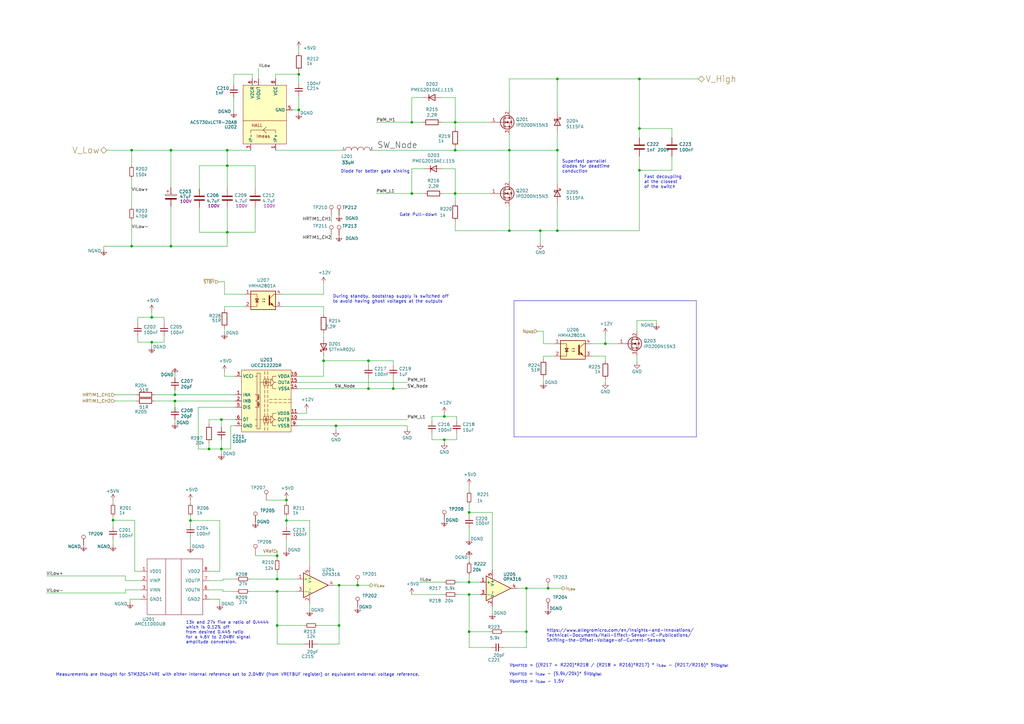
<source format=kicad_sch>
(kicad_sch (version 20230121) (generator eeschema)
  (paper "A3")
  (title_block (title "TWIST V1.2") (comment 2 "Villa"))
  (junction (at 53.975 61.595))
  (junction (at 192.405 243.84))
  (junction (at 139.065 256.54))
  (junction (at 182.245 170.815))
  (junction (at 70.104 100.965))
  (junction (at 132.715 147.955))
  (junction (at 186.69 50.165))
  (junction (at 151.13 159.385))
  (junction (at 186.69 79.375))
  (junction (at 122.555 30.48))
  (junction (at 186.69 61.595))
  (junction (at 62.23 130.175))
  (junction (at 85.725 184.15))
  (junction (at 90.805 184.15))
  (junction (at 215.9 241.3))
  (junction (at 208.915 94.615))
  (junction (at 53.975 100.965))
  (junction (at 151.13 147.955))
  (junction (at 137.795 174.625))
  (junction (at 93.218 67.945))
  (junction (at 146.685 240.03))
  (junction (at 46.355 213.36))
  (junction (at 113.665 237.49))
  (junction (at 90.805 172.085))
  (junction (at 192.405 210.185))
  (junction (at 78.105 213.487))
  (junction (at 71.755 161.925))
  (junction (at 117.475 213.487))
  (junction (at 228.6 61.595))
  (junction (at 215.9 259.08))
  (junction (at 192.405 259.08))
  (junction (at 192.405 238.76))
  (junction (at 93.218 95.25))
  (junction (at 70.104 61.595))
  (junction (at 113.665 256.54))
  (junction (at 113.665 227.965))
  (junction (at 168.91 50.165))
  (junction (at 228.6 94.615))
  (junction (at 182.245 180.34))
  (junction (at 262.255 69.85))
  (junction (at 62.23 140.335))
  (junction (at 262.255 52.705))
  (junction (at 139.065 240.03))
  (junction (at 122.555 45.085))
  (junction (at 71.755 164.465))
  (junction (at 161.29 159.385))
  (junction (at 262.255 32.385))
  (junction (at 113.665 242.57))
  (junction (at 224.79 241.3))
  (junction (at 208.915 61.595))
  (junction (at 221.615 94.615))
  (junction (at 117.475 205.105))
  (junction (at 168.91 79.375))
  (junction (at 248.285 140.97))
  (junction (at 228.6 32.385))
  (junction (at 93.218 61.595))
  (wire (pts (xy 228.6 94.615) (xy 262.255 94.615)))
  (wire (pts (xy 121.92 154.305) (xy 132.715 154.305)))
  (wire (pts (xy 78.105 205.232) (xy 78.105 206.502)))
  (wire (pts (xy 212.09 241.3) (xy 215.9 241.3)))
  (wire (pts (xy 186.69 79.375) (xy 186.69 83.185)))
  (wire (pts (xy 95.885 40.005) (xy 95.885 45.72)))
  (wire (pts (xy 85.725 184.15) (xy 90.805 184.15)))
  (wire (pts (xy 215.9 241.3) (xy 215.9 259.08)))
  (wire (pts (xy 177.165 180.34) (xy 182.245 180.34)))
  (wire (pts (xy 206.375 259.08) (xy 215.9 259.08)))
  (wire (pts (xy 53.34 247.015) (xy 53.34 245.745)))
  (wire (pts (xy 135.89 96.52) (xy 135.89 98.425)))
  (wire (pts (xy 92.075 115.57) (xy 92.075 120.65)))
  (wire (pts (xy 121.92 172.085) (xy 167.005 172.085)))
  (wire (pts (xy 81.788 67.945) (xy 93.218 67.945)))
  (wire (pts (xy 93.218 61.595) (xy 102.87 61.595)))
  (wire (pts (xy 92.075 120.65) (xy 100.33 120.65)))
  (wire (pts (xy 186.69 79.375) (xy 181.61 79.375)))
  (wire (pts (xy 132.715 120.65) (xy 132.715 116.205)))
  (wire (pts (xy 262.255 32.385) (xy 262.255 52.705)))
  (wire (pts (xy 67.31 132.715) (xy 67.31 130.175)))
  (wire (pts (xy 46.355 221.107) (xy 46.355 223.52)))
  (wire (pts (xy 120.015 45.085) (xy 122.555 45.085)))
  (wire (pts (xy 90.17 213.487) (xy 90.17 234.315)))
  (wire (pts (xy 222.885 140.97) (xy 227.33 140.97)))
  (wire (pts (xy 46.99 164.465) (xy 55.88 164.465)))
  (wire (pts (xy 187.325 243.84) (xy 192.405 243.84)))
  (wire (pts (xy 132.715 136.525) (xy 132.715 138.43)))
  (wire (pts (xy 92.075 152.4) (xy 92.075 154.305)))
  (wire (pts (xy 192.405 206.629) (xy 192.405 210.185)))
  (wire (pts (xy 161.29 159.385) (xy 161.29 154.94)))
  (wire (pts (xy 85.725 241.935) (xy 91.44 241.935)))
  (wire (pts (xy 62.23 140.335) (xy 67.31 140.335)))
  (wire (pts (xy 121.92 159.385) (xy 151.13 159.385)))
  (wire (pts (xy 228.6 32.385) (xy 208.915 32.385)))
  (wire (pts (xy 117.475 213.487) (xy 127 213.487)))
  (wire (pts (xy 19.05 236.22) (xy 51.435 236.22)))
  (wire (pts (xy 51.435 241.935) (xy 51.435 243.205)))
  (wire (pts (xy 173.355 50.165) (xy 168.91 50.165)))
  (wire (pts (xy 137.795 174.625) (xy 167.005 174.625)))
  (wire (pts (xy 180.975 50.165) (xy 186.69 50.165)))
  (wire (pts (xy 228.6 61.595) (xy 228.6 53.975)))
  (wire (pts (xy 102.235 237.49) (xy 113.665 237.49)))
  (wire (pts (xy 92.075 125.73) (xy 92.075 127)))
  (wire (pts (xy 180.975 40.005) (xy 186.69 40.005)))
  (wire (pts (xy 208.915 32.385) (xy 208.915 45.085)))
  (wire (pts (xy 154.305 79.375) (xy 168.91 79.375)))
  (wire (pts (xy 208.915 94.615) (xy 221.615 94.615)))
  (wire (pts (xy 85.725 181.61) (xy 85.725 184.15)))
  (wire (pts (xy 139.065 256.54) (xy 139.065 264.16)))
  (wire (pts (xy 221.615 94.615) (xy 228.6 94.615)))
  (wire (pts (xy 81.788 95.25) (xy 93.218 95.25)))
  (polyline (pts (xy 210.82 123.317) (xy 210.82 179.197)))
  (wire (pts (xy 153.035 61.595) (xy 186.69 61.595)))
  (wire (pts (xy 56.515 130.175) (xy 56.515 132.715)))
  (wire (pts (xy 177.165 177.8) (xy 177.165 180.34)))
  (wire (pts (xy 102.235 242.57) (xy 113.665 242.57)))
  (wire (pts (xy 122.555 19.685) (xy 122.555 21.59)))
  (wire (pts (xy 173.355 40.005) (xy 168.91 40.005)))
  (wire (pts (xy 261.239 131.445) (xy 269.24 131.445)))
  (wire (pts (xy 62.23 130.175) (xy 56.515 130.175)))
  (wire (pts (xy 192.405 199.009) (xy 192.405 201.549)))
  (wire (pts (xy 192.405 216.535) (xy 192.405 220.98)))
  (wire (pts (xy 248.285 147.955) (xy 248.285 146.05)))
  (wire (pts (xy 261.239 131.445) (xy 261.239 135.89)))
  (wire (pts (xy 221.615 94.615) (xy 221.615 99.695)))
  (wire (pts (xy 78.105 213.487) (xy 78.105 215.265)))
  (wire (pts (xy 103.505 32.385) (xy 103.505 30.48)))
  (wire (pts (xy 81.28 167.005) (xy 81.28 184.15)))
  (wire (pts (xy 167.005 174.625) (xy 167.005 175.768)))
  (wire (pts (xy 113.665 227.965) (xy 113.665 226.06)))
  (wire (pts (xy 186.69 90.805) (xy 186.69 94.615)))
  (wire (pts (xy 109.22 205.105) (xy 117.475 205.105)))
  (wire (pts (xy 90.805 184.15) (xy 94.615 184.15)))
  (wire (pts (xy 186.69 60.325) (xy 186.69 61.595)))
  (wire (pts (xy 53.975 90.17) (xy 53.975 100.965)))
  (wire (pts (xy 62.23 127.635) (xy 62.23 130.175)))
  (wire (pts (xy 81.28 184.15) (xy 85.725 184.15)))
  (wire (pts (xy 113.665 242.57) (xy 121.92 242.57)))
  (wire (pts (xy 121.92 156.845) (xy 167.005 156.845)))
  (wire (pts (xy 227.33 146.05) (xy 222.885 146.05)))
  (wire (pts (xy 70.104 61.595) (xy 70.104 76.962)))
  (wire (pts (xy 177.165 170.815) (xy 182.245 170.815)))
  (wire (pts (xy 186.69 50.165) (xy 186.69 52.705)))
  (wire (pts (xy 51.435 238.125) (xy 51.435 236.22)))
  (wire (pts (xy 56.515 140.335) (xy 62.23 140.335)))
  (wire (pts (xy 85.725 245.745) (xy 90.17 245.745)))
  (wire (pts (xy 122.555 45.085) (xy 122.555 46.355)))
  (wire (pts (xy 63.5 164.465) (xy 71.755 164.465)))
  (wire (pts (xy 96.52 172.085) (xy 90.805 172.085)))
  (wire (pts (xy 113.665 237.49) (xy 121.92 237.49)))
  (wire (pts (xy 275.59 56.515) (xy 275.59 52.705)))
  (wire (pts (xy 113.665 242.57) (xy 113.665 256.54)))
  (wire (pts (xy 187.325 238.76) (xy 192.405 238.76)))
  (wire (pts (xy 269.24 132.715) (xy 269.24 131.445)))
  (polyline (pts (xy 210.82 179.197) (xy 285.623 179.197)))
  (wire (pts (xy 62.23 140.335) (xy 62.23 142.24)))
  (wire (pts (xy 187.325 180.34) (xy 187.325 177.8)))
  (wire (pts (xy 46.355 205.232) (xy 46.355 206.502)))
  (wire (pts (xy 139.065 240.03) (xy 146.685 240.03)))
  (wire (pts (xy 127 213.487) (xy 127 232.41)))
  (wire (pts (xy 117.475 216.027) (xy 117.475 213.487)))
  (wire (pts (xy 96.52 161.925) (xy 71.755 161.925)))
  (wire (pts (xy 81.788 67.945) (xy 81.788 77.47)))
  (wire (pts (xy 104.775 227.965) (xy 113.665 227.965)))
  (wire (pts (xy 53.975 61.595) (xy 70.104 61.595)))
  (wire (pts (xy 106.045 27.94) (xy 106.045 32.385)))
  (wire (pts (xy 208.915 61.595) (xy 228.6 61.595)))
  (wire (pts (xy 53.34 245.745) (xy 57.785 245.745)))
  (wire (pts (xy 222.885 146.05) (xy 222.885 147.32)))
  (wire (pts (xy 90.805 175.26) (xy 90.805 172.085)))
  (wire (pts (xy 151.13 149.86) (xy 151.13 147.955)))
  (wire (pts (xy 192.405 238.76) (xy 192.405 235.585)))
  (wire (pts (xy 53.975 100.965) (xy 70.104 100.965)))
  (wire (pts (xy 186.69 50.165) (xy 201.295 50.165)))
  (wire (pts (xy 78.105 211.582) (xy 78.105 213.487)))
  (wire (pts (xy 177.165 172.72) (xy 177.165 170.815)))
  (wire (pts (xy 286.385 32.385) (xy 262.255 32.385)))
  (wire (pts (xy 248.285 155.575) (xy 248.285 156.845)))
  (wire (pts (xy 93.218 67.945) (xy 93.218 61.595)))
  (wire (pts (xy 192.405 265.557) (xy 192.405 259.08)))
  (wire (pts (xy 124.968 264.16) (xy 113.665 264.16)))
  (wire (pts (xy 71.755 167.005) (xy 71.755 164.465)))
  (wire (pts (xy 192.405 228.6) (xy 192.405 230.505)))
  (wire (pts (xy 117.475 221.107) (xy 117.475 225.552)))
  (wire (pts (xy 70.104 61.595) (xy 93.218 61.595)))
  (wire (pts (xy 55.245 213.36) (xy 46.355 213.36)))
  (wire (pts (xy 71.755 164.465) (xy 96.52 164.465)))
  (wire (pts (xy 208.915 55.245) (xy 208.915 61.595)))
  (wire (pts (xy 91.44 242.57) (xy 97.155 242.57)))
  (wire (pts (xy 248.285 140.97) (xy 242.57 140.97)))
  (wire (pts (xy 262.255 64.135) (xy 262.255 69.85)))
  (wire (pts (xy 115.57 120.65) (xy 132.715 120.65)))
  (wire (pts (xy 215.9 241.3) (xy 224.79 241.3)))
  (wire (pts (xy 262.255 69.85) (xy 275.59 69.85)))
  (wire (pts (xy 90.17 245.745) (xy 90.17 247.65)))
  (wire (pts (xy 262.255 32.385) (xy 228.6 32.385)))
  (wire (pts (xy 228.6 32.385) (xy 228.6 46.355)))
  (wire (pts (xy 261.239 146.05) (xy 261.239 148.59)))
  (wire (pts (xy 182.245 169.545) (xy 182.245 170.815)))
  (wire (pts (xy 161.29 159.385) (xy 167.005 159.385)))
  (wire (pts (xy 104.648 85.09) (xy 104.648 95.25)))
  (wire (pts (xy 94.615 174.625) (xy 94.615 184.15)))
  (wire (pts (xy 42.545 100.965) (xy 42.545 102.235)))
  (wire (pts (xy 168.91 69.215) (xy 168.91 79.375)))
  (wire (pts (xy 201.93 248.92) (xy 201.93 251.46)))
  (wire (pts (xy 67.31 130.175) (xy 62.23 130.175)))
  (wire (pts (xy 139.065 240.03) (xy 137.16 240.03)))
  (wire (pts (xy 182.245 181.61) (xy 182.245 180.34)))
  (wire (pts (xy 46.355 213.36) (xy 46.355 216.027)))
  (wire (pts (xy 262.255 52.705) (xy 275.59 52.705)))
  (wire (pts (xy 186.69 94.615) (xy 208.915 94.615)))
  (wire (pts (xy 104.648 67.945) (xy 93.218 67.945)))
  (wire (pts (xy 248.285 137.16) (xy 248.285 140.97)))
  (wire (pts (xy 97.155 237.49) (xy 91.44 237.49)))
  (wire (pts (xy 113.03 61.595) (xy 140.335 61.595)))
  (wire (pts (xy 57.785 241.935) (xy 51.435 241.935)))
  (wire (pts (xy 95.885 30.48) (xy 95.885 34.925)))
  (wire (pts (xy 206.502 265.557) (xy 215.9 265.557)))
  (wire (pts (xy 93.218 77.47) (xy 93.218 67.945)))
  (wire (pts (xy 103.505 30.48) (xy 95.885 30.48)))
  (wire (pts (xy 55.245 234.315) (xy 55.245 213.36)))
  (wire (pts (xy 89.535 115.57) (xy 92.075 115.57)))
  (wire (pts (xy 248.285 140.97) (xy 253.619 140.97)))
  (wire (pts (xy 187.325 170.815) (xy 187.325 172.72)))
  (wire (pts (xy 130.175 256.54) (xy 139.065 256.54)))
  (wire (pts (xy 125.73 168.275) (xy 125.73 169.545)))
  (wire (pts (xy 71.755 172.085) (xy 71.755 173.355)))
  (wire (pts (xy 78.105 220.345) (xy 78.105 224.155)))
  (wire (pts (xy 122.555 39.37) (xy 122.555 45.085)))
  (polyline (pts (xy 285.623 179.197) (xy 285.623 123.317)))
  (wire (pts (xy 53.975 67.945) (xy 53.975 61.595)))
  (wire (pts (xy 201.93 210.185) (xy 192.405 210.185)))
  (wire (pts (xy 262.255 69.85) (xy 262.255 94.615)))
  (wire (pts (xy 127 247.65) (xy 127 250.19)))
  (wire (pts (xy 201.93 233.68) (xy 201.93 210.185)))
  (wire (pts (xy 201.295 259.08) (xy 192.405 259.08)))
  (wire (pts (xy 161.29 147.955) (xy 161.29 149.86)))
  (wire (pts (xy 104.648 77.47) (xy 104.648 67.945)))
  (wire (pts (xy 70.104 84.582) (xy 70.104 100.965)))
  (wire (pts (xy 92.075 154.305) (xy 96.52 154.305)))
  (wire (pts (xy 208.915 84.455) (xy 208.915 94.615)))
  (wire (pts (xy 173.99 79.375) (xy 168.91 79.375)))
  (wire (pts (xy 182.245 170.815) (xy 187.325 170.815)))
  (wire (pts (xy 43.815 61.595) (xy 53.975 61.595)))
  (wire (pts (xy 132.715 146.05) (xy 132.715 147.955)))
  (wire (pts (xy 81.788 85.09) (xy 81.788 95.25)))
  (wire (pts (xy 67.31 140.335) (xy 67.31 137.795)))
  (wire (pts (xy 19.05 243.205) (xy 51.435 243.205)))
  (wire (pts (xy 224.79 241.3) (xy 230.505 241.3)))
  (wire (pts (xy 46.355 211.582) (xy 46.355 213.36)))
  (wire (pts (xy 222.885 156.845) (xy 222.885 154.94)))
  (wire (pts (xy 186.69 40.005) (xy 186.69 50.165)))
  (wire (pts (xy 196.85 238.76) (xy 192.405 238.76)))
  (wire (pts (xy 146.685 240.03) (xy 151.765 240.03)))
  (wire (pts (xy 122.555 30.48) (xy 122.555 34.29)))
  (wire (pts (xy 215.9 259.08) (xy 215.9 265.557)))
  (wire (pts (xy 113.665 229.235) (xy 113.665 227.965)))
  (wire (pts (xy 91.44 241.935) (xy 91.44 242.57)))
  (wire (pts (xy 113.03 32.385) (xy 113.03 30.48)))
  (wire (pts (xy 151.13 147.955) (xy 161.29 147.955)))
  (wire (pts (xy 113.03 30.48) (xy 122.555 30.48)))
  (wire (pts (xy 151.13 159.385) (xy 161.29 159.385)))
  (wire (pts (xy 90.805 184.15) (xy 90.805 186.055)))
  (wire (pts (xy 90.805 172.085) (xy 85.725 172.085)))
  (wire (pts (xy 135.89 88.265) (xy 135.89 90.805)))
  (wire (pts (xy 121.92 174.625) (xy 137.795 174.625)))
  (wire (pts (xy 173.99 69.215) (xy 168.91 69.215)))
  (wire (pts (xy 115.57 125.73) (xy 132.715 125.73)))
  (wire (pts (xy 130.048 264.16) (xy 139.065 264.16)))
  (wire (pts (xy 201.422 265.557) (xy 192.405 265.557)))
  (wire (pts (xy 90.805 180.34) (xy 90.805 184.15)))
  (wire (pts (xy 57.785 234.315) (xy 55.245 234.315)))
  (wire (pts (xy 262.255 52.705) (xy 262.255 56.515)))
  (wire (pts (xy 42.545 100.965) (xy 53.975 100.965)))
  (wire (pts (xy 70.104 100.965) (xy 93.218 100.965)))
  (polyline (pts (xy 285.623 123.317) (xy 210.82 123.317)))
  (wire (pts (xy 182.245 180.34) (xy 187.325 180.34)))
  (wire (pts (xy 168.91 40.005) (xy 168.91 50.165)))
  (wire (pts (xy 90.17 213.487) (xy 78.105 213.487)))
  (wire (pts (xy 192.405 243.84) (xy 196.85 243.84)))
  (wire (pts (xy 275.59 64.135) (xy 275.59 69.85)))
  (wire (pts (xy 85.725 234.315) (xy 90.17 234.315)))
  (wire (pts (xy 117.475 211.582) (xy 117.475 213.487)))
  (wire (pts (xy 117.475 204.597) (xy 117.475 205.105)))
  (wire (pts (xy 186.69 61.595) (xy 208.915 61.595)))
  (wire (pts (xy 96.52 167.005) (xy 81.28 167.005)))
  (wire (pts (xy 125.73 169.545) (xy 121.92 169.545)))
  (wire (pts (xy 92.075 136.525) (xy 92.075 134.62)))
  (wire (pts (xy 91.44 237.49) (xy 91.44 238.125)))
  (wire (pts (xy 56.515 137.795) (xy 56.515 140.335)))
  (wire (pts (xy 182.245 238.76) (xy 172.085 238.76)))
  (wire (pts (xy 208.915 61.595) (xy 208.915 74.295)))
  (wire (pts (xy 91.44 238.125) (xy 85.725 238.125)))
  (wire (pts (xy 71.755 161.925) (xy 63.5 161.925)))
  (wire (pts (xy 139.065 240.03) (xy 139.065 256.54)))
  (wire (pts (xy 222.885 135.89) (xy 222.885 140.97)))
  (wire (pts (xy 132.715 125.73) (xy 132.715 128.905)))
  (wire (pts (xy 96.52 174.625) (xy 94.615 174.625)))
  (wire (pts (xy 228.6 61.595) (xy 228.6 75.565)))
  (wire (pts (xy 93.218 85.09) (xy 93.218 95.25)))
  (wire (pts (xy 113.665 234.315) (xy 113.665 237.49)))
  (wire (pts (xy 192.405 243.84) (xy 192.405 259.08)))
  (wire (pts (xy 122.555 29.21) (xy 122.555 30.48)))
  (wire (pts (xy 85.725 172.085) (xy 85.725 173.99)))
  (wire (pts (xy 181.61 69.215) (xy 186.69 69.215)))
  (wire (pts (xy 137.795 174.625) (xy 137.795 176.53)))
  (wire (pts (xy 117.475 205.105) (xy 117.475 206.502)))
  (wire (pts (xy 113.665 256.54) (xy 113.665 264.16)))
  (wire (pts (xy 168.91 243.84) (xy 182.245 243.84)))
  (wire (pts (xy 186.69 69.215) (xy 186.69 79.375)))
  (wire (pts (xy 113.665 256.54) (xy 125.095 256.54)))
  (wire (pts (xy 93.218 95.25) (xy 93.218 100.965)))
  (wire (pts (xy 151.13 147.955) (xy 132.715 147.955)))
  (wire (pts (xy 93.218 95.25) (xy 104.648 95.25)))
  (wire (pts (xy 186.69 79.375) (xy 201.295 79.375)))
  (wire (pts (xy 154.305 50.165) (xy 168.91 50.165)))
  (wire (pts (xy 228.6 94.615) (xy 228.6 83.185)))
  (wire (pts (xy 46.99 161.925) (xy 55.88 161.925)))
  (wire (pts (xy 192.405 210.185) (xy 192.405 211.455)))
  (wire (pts (xy 132.715 147.955) (xy 132.715 154.305)))
  (wire (pts (xy 53.975 73.025) (xy 53.975 85.09)))
  (wire (pts (xy 92.075 125.73) (xy 100.33 125.73)))
  (wire (pts (xy 71.755 153.67) (xy 71.755 154.94)))
  (wire (pts (xy 242.57 146.05) (xy 248.285 146.05)))
  (wire (pts (xy 151.13 154.94) (xy 151.13 159.385)))
  (wire (pts (xy 71.755 161.925) (xy 71.755 160.02)))
  (wire (pts (xy 220.345 135.89) (xy 222.885 135.89)))
  (wire (pts (xy 57.785 238.125) (xy 51.435 238.125)))
  (wire (pts (xy 104.775 227.33) (xy 104.775 227.965)))
  (text "https://www.allegromicro.com/en/Insights-and-Innovations/\nTechnical-Documents/Hall-Effect-Sensor-IC-Publications/\nShifting-the-Offset-Voltage-of-Current-Sensors" (at 224.155 263.525 0) (effects (font (size 1.27 1.27)) (justify left bottom)))
  (text "V_{SHIFTED} = I_{ILow} - (5.9k/20k)* 5V_{Digital}" (at 208.788 277.241 0) (effects (font (size 1.27 1.27)) (justify left bottom)))
  (text "Fast decoupling \nat the closest \nof the switch\n" (at 264.16 77.47 0) (effects (font (size 1.27 1.27)) (justify left bottom)))
  (text "Diode for better gate sinking" (at 139.7 71.12 0) (effects (font (size 1.27 1.27)) (justify left bottom)))
  (text "During standby, bootstrap supply is switched off \nto avoid having ghost voltages at the outputs" (at 136.525 124.46 0) (effects (font (size 1.27 1.27)) (justify left bottom)))
  (text "V_{SHIFTED} = I_{ILow} - 1.5V\n" (at 208.915 280.289 0) (effects (font (size 1.27 1.27)) (justify left bottom)))
  (text "V_{SHIFTED} = ((R217 + R220)*R218 / (R218 + R216)*R217) * I_{ILow} - (R217/R216)* 5V_{Digital}" (at 208.915 273.685 0) (effects (font (size 1.27 1.27)) (justify left bottom)))
  (text "13k and 27k five a ratio of 0.4444\nwhich is 0.12% off\nfrom desired 0.445 ratio \nfor a 4,6V to 2,048V signal \namplitude conversion. " (at 76.2 264.16 0) (effects (font (size 1.2446 1.2446)) (justify left bottom)))
  (text "Gate Pull-down" (at 163.83 88.9 0) (effects (font (size 1.27 1.27)) (justify left bottom)))
  (text "Measurements are thought for STM32G474RE with either internal reference set to 2.048V (from VREFBUF register) or equivalent external voltage reference. " (at 22.86 277.495 0) (effects (font (size 1.2446 1.2446)) (justify left bottom)))
  (text "Superfast parrallel\ndiodes for deadtime \nconduction" (at 230.505 71.12 0) (effects (font (size 1.27 1.27)) (justify left bottom)))
  (label "IILow" (at 172.085 238.76 0))
  (label "PWM_L1" (at 154.305 79.375 0))
  (label "HRTIM1_CH2" (at 135.89 98.425 180))
  (label "PWM_L1" (at 167.005 172.085 0))
  (label "VILow+" (at 19.05 236.22 0))
  (label "SW_Node" (at 167.005 159.385 0))
  (label "HRTIM1_CH1" (at 135.89 90.805 180))
  (label "IILow" (at 106.045 27.94 0))
  (label "VILow+" (at 53.975 78.74 0))
  (label "PWM_H1" (at 167.005 156.845 0))
  (label "SW_Node" (at 137.16 159.385 0))
  (label "SW_Node" (at 154.686 61.595 0) (effects (font (size 2.4892 2.4892))))
  (label "VILow-" (at 19.05 243.205 0))
  (label "VILow-" (at 53.975 93.98 0))
  (label "PWM_H1" (at 154.305 50.165 0))
  (hierarchical_label "HRTIM1_CH1" (shape input) (at 46.99 161.925 180))
  (hierarchical_label "I_{ILow}" (shape output) (at 230.505 241.3 0))
  (hierarchical_label "V_Low" (shape bidirectional) (at 43.815 61.595 180) (effects (font (size 2.54 2.54))))
  (hierarchical_label "VRef" (shape input) (at 113.665 226.06 180))
  (hierarchical_label "V_{ILow}" (shape output) (at 151.765 240.03 0))
  (hierarchical_label "V_High" (shape bidirectional) (at 286.385 32.385 0) (effects (font (size 2.54 2.54))))
  (hierarchical_label "~{STBY}" (shape input) (at 89.535 115.57 180))
  (hierarchical_label "N_{GND}" (shape input) (at 220.345 135.89 180))
  (hierarchical_label "HRTIM1_CH2" (shape input) (at 46.99 164.465 180))
  (symbol (lib_id "Symbols:DGND") (at 71.755 153.67 180) (unit 1)
    (property "Reference" "#PWR0209" (effects hide))
    (property "Value" "DGND" (at 68.58 153.67 0))
    (instances (project "Power" (path "" (reference "#PWR0209") (unit 1)) (path "" (reference "#PWR0309") (unit 1))))
  )
  (symbol (lib_id "Device:R") (at 186.69 56.515 180) (unit 1)
    (property "Reference" "R219" (at 179.705 55.88 0) (effects (justify right)))
    (property "Value" "1k" (at 179.705 57.785 0) (effects (justify right)))
    (property "Footprint" "Footprints:R_0805_2012Metric" (effects hide))
    (property "manf#" "RC0805FR-071KL" (effects hide))
    (property "Manf#" "CR0805-FX-1001ELF" (effects hide))
    (property "DNP" "x" (effects hide))
    (instances (project "Power" (path "" (reference "R219") (unit 1)) (path "" (reference "R319") (unit 1))))
  )
  (symbol (lib_id "Connector:TestPoint") (at 224.79 249.555 0) (unit 1)
    (property "Reference" "TP204" (at 226.695 244.9829 0) (effects (justify left)))
    (property "Value" "TestPoint" (effects hide))
    (property "Footprint" "Footprints:TestPoint_THTPad_D1.5mm_Drill0.7mm" (effects hide))
    (property "DNP" "x" (effects hide))
    (instances (project "Power" (path "" (reference "TP204") (unit 1)) (path "" (reference "TP304") (unit 1))))
  )
  (symbol (lib_id "Device:C") (at 262.255 60.325 0) (unit 1)
    (property "Reference" "C222" (at 265.176 59.1566 0) (effects (justify left)))
    (property "Value" "1nF 200V" (at 265.176 61.468 0) (effects (justify left)))
    (property "Footprint" "Footprints:C_0805_2012Metric" (effects hide))
    (property "manf#" "1210PC104KAT1A" (effects hide))
    (property "Manf#" "CL21B103KDCNNNC" (effects hide))
    (property "DNP" "x" (effects hide))
    (instances (project "Power" (path "" (reference "C222") (unit 1)) (path "" (reference "C322") (unit 1))))
  )
  (symbol (lib_id "Device:R_Small") (at 99.695 242.57 90) (unit 1)
    (property "Reference" "R209" (at 101.6 245.11 90) (effects (justify left)))
    (property "Value" "27k" (at 101.6 247.015 90) (effects (justify left)))
    (property "Footprint" "Footprints:R_0805_2012Metric" (effects hide))
    (property "manf#" "RC0805FR-0727KL" (effects hide))
    (property "Manf#" "CR0805-FX-2702ELF" (effects hide))
    (property "DNP" "x" (effects hide))
    (instances (project "Power" (path "" (reference "R209") (unit 1)) (path "" (reference "R309") (unit 1))))
  )
  (symbol (lib_id "power:+12V") (at 132.715 116.205 0) (unit 1)
    (property "Reference" "#PWR0221" (effects hide))
    (property "Value" "+12V" (at 133.096 111.8108 0))
    (instances (project "Power" (path "" (reference "#PWR0221") (unit 1)) (path "" (reference "#PWR0321") (unit 1))))
  )
  (symbol (lib_id "Symbols:DGND") (at 117.475 225.552 0) (unit 1)
    (property "Reference" "#PWR0216" (effects hide))
    (property "Value" "DGND" (at 120.65 225.552 0))
    (instances (project "Power" (path "" (reference "#PWR0216") (unit 1)) (path "" (reference "#PWR0316") (unit 1))))
  )
  (symbol (lib_id "Symbols:DGND") (at 92.075 136.525 0) (unit 1)
    (property "Reference" "#PWR0172" (effects hide))
    (property "Value" "DGND" (at 95.25 136.525 0))
    (instances (project "Power" (path "" (reference "#PWR0172") (unit 1)) (path "" (reference "#PWR0173") (unit 1))))
  )
  (symbol (lib_id "power:+12V") (at 182.245 169.545 0) (unit 1)
    (property "Reference" "#PWR0223" (effects hide))
    (property "Value" "+12V" (at 182.626 165.1508 0))
    (instances (project "Power" (path "" (reference "#PWR0223") (unit 1)) (path "" (reference "#PWR0323") (unit 1))))
  )
  (symbol (lib_id "Connector:TestPoint") (at 146.685 248.92 0) (unit 1)
    (property "Reference" "TP202" (at 148.59 244.3479 0) (effects (justify left)))
    (property "Value" "TestPoint" (effects hide))
    (property "Footprint" "Footprints:TestPoint_THTPad_D1.5mm_Drill0.7mm" (effects hide))
    (property "DNP" "x" (effects hide))
    (instances (project "Power" (path "" (reference "TP202") (unit 1)) (path "" (reference "TP302") (unit 1))))
  )
  (symbol (lib_id "Device:R_Small") (at 78.105 209.042 0) (unit 1)
    (property "Reference" "R206" (at 80.645 208.407 0) (effects (justify left)))
    (property "Value" "1k" (at 80.645 210.312 0) (effects (justify left)))
    (property "Footprint" "Footprints:R_0805_2012Metric" (effects hide))
    (property "manf#" "ERA-6AEB562V" (effects hide))
    (property "Manf#" "CR0805-FX-1001ELF" (effects hide))
    (property "DNP" "x" (effects hide))
    (instances (project "Power" (path "" (reference "R206") (unit 1)) (path "" (reference "R306") (unit 1))))
  )
  (symbol (lib_id "Isolator:SFH617A-2X009T") (at 107.95 123.19 0) (unit 1)
    (property "Reference" "U207" (at 107.95 114.935 0))
    (property "Value" "HMHA2801A " (at 107.95 117.2464 0))
    (property "Footprint" "Package_SO:SO-4_4.4x2.3mm_P1.27mm" (effects hide))
    (property "Datasheet" "http://www.vishay.com/docs/83740/sfh617a.pdf" (effects hide))
    (property "Manf#" "FODM217A" (effects hide))
    (property "#manf" "HMHA2801A" (effects hide))
    (property "DNP" "x" (effects hide))
    (instances (project "Power" (path "" (reference "U207") (unit 1)) (path "" (reference "U307") (unit 1))))
  )
  (symbol (lib_id "power:GND") (at 248.285 156.845 0) (unit 1)
    (property "Reference" "#PWR0234" (effects hide))
    (property "Value" "GND" (at 248.285 160.655 0))
    (instances (project "Power" (path "" (reference "#PWR0234") (unit 1)) (path "" (reference "#PWR0334") (unit 1))))
  )
  (symbol (lib_id "Device:C_Small") (at 161.29 152.4 0) (unit 1)
    (property "Reference" "C219" (at 163.6268 151.2316 0) (effects (justify left)))
    (property "Value" "1uF" (at 163.6268 153.543 0) (effects (justify left)))
    (property "Footprint" "Footprints:C_0805_2012Metric" (effects hide))
    (property "Manf#" "UMK212B7105KGHT " (effects hide))
    (property "#manf" "UMK212B7105KGHT" (effects hide))
    (property "DNP" "x" (effects hide))
    (instances (project "Power" (path "" (reference "C219") (unit 1)) (path "" (reference "C319") (unit 1))))
  )
  (symbol (lib_id "Transistor_FET:QM6006D") (at 258.699 140.97 0) (unit 1)
    (property "Reference" "Q203" (at 263.906 139.8016 0) (effects (justify left)))
    (property "Value" "IPD200N15N3" (at 263.906 142.113 0) (effects (justify left)))
    (property "Footprint" "Package_TO_SOT_SMD:TO-252-2" (effects hide))
    (property "Datasheet" "http://www.jaolen.com/images/pdf/QM6006D.pdf" (effects hide))
    (property "manf#" "IPD200N15N3GATMA1" (effects hide))
    (property "Manf#" "IPD200N15N3" (effects hide))
    (property "DNP" "x" (effects hide))
    (instances (project "Power" (path "" (reference "Q203") (unit 1)) (path "" (reference "Q303") (unit 1))))
  )
  (symbol (lib_id "power:+5VD") (at 92.075 152.4 0) (unit 1)
    (property "Reference" "#PWR0214" (effects hide))
    (property "Value" "+5VD" (at 92.456 148.0058 0))
    (instances (project "Power" (path "" (reference "#PWR0214") (unit 1)) (path "" (reference "#PWR0314") (unit 1))))
  )
  (symbol (lib_id "Device:R_Small") (at 113.665 231.775 0) (unit 1)
    (property "Reference" "R210" (at 107.315 230.632 0) (effects (justify left)))
    (property "Value" "12k" (at 108.585 233.045 0) (effects (justify left)))
    (property "Footprint" "Footprints:R_0805_2012Metric" (effects hide))
    (property "manf#" "RC0805FR-0712KL" (effects hide))
    (property "Manf#" "CR0805-FX-1202ELF" (effects hide))
    (property "DNP" "x" (effects hide))
    (instances (project "Power" (path "" (reference "R210") (unit 1)) (path "" (reference "R310") (unit 1))))
  )
  (symbol (lib_id "Symbols:DGND") (at 224.79 249.555 0) (unit 1)
    (property "Reference" "#PWR0130" (effects hide))
    (property "Value" "DGND" (at 227.965 249.555 0))
    (instances (project "Power" (path "" (reference "#PWR0130") (unit 1)) (path "" (reference "#PWR0132") (unit 1))))
  )
  (symbol (lib_id "Device:R") (at 132.715 132.715 180) (unit 1)
    (property "Reference" "R214" (at 139.827 131.572 0) (effects (justify left)))
    (property "Value" "2.2R" (at 137.795 133.985 0) (effects (justify left)))
    (property "Footprint" "Footprints:R_0805_2012Metric" (effects hide))
    (property "Manf#" "CR0805AF/-2R20EAS" (effects hide))
    (property "DNP" "x" (effects hide))
    (instances (project "Power" (path "" (reference "R214") (unit 1)) (path "" (reference "R314") (unit 1))))
  )
  (symbol (lib_id "pspice:INDUCTOR") (at 146.685 61.595 0) (unit 1)
    (property "Reference" "L201" (at 144.78 64.135 0) (effects (justify right)))
    (property "Value" "33uH" (at 145.415 66.675 0) (effects (font bold) (justify right)))
    (property "Footprint" "Footprints:SRP1510CA-330M" (effects hide))
    (property "manf#" "SRP1510CA-330M" (effects hide))
    (property "Manf#" "SRP1510CA-330M" (effects hide))
    (property "DNP" "x" (effects hide))
    (instances (project "Power" (path "" (reference "L201") (unit 1)) (path "" (reference "L301") (unit 1))))
  )
  (symbol (lib_id "Device:C_Small") (at 90.805 177.8 0) (unit 1)
    (property "Reference" "C211" (at 95.25 179.07 0) (effects (justify left)))
    (property "Value" "100nF" (at 95.25 180.975 0) (effects (justify left)))
    (property "Footprint" "Footprints:C_0805_2012Metric" (effects hide))
    (property "Manf#" "C0805C104K5RACTU" (effects hide))
    (property "DNP" "x" (effects hide))
    (instances (project "Power" (path "" (reference "C211") (unit 1)) (path "" (reference "C311") (unit 1))))
  )
  (symbol (lib_id "Device:C_Small") (at 187.325 175.26 0) (unit 1)
    (property "Reference" "C218" (at 189.6618 174.0916 0) (effects (justify left)))
    (property "Value" "10uF" (at 189.6618 176.403 0) (effects (justify left)))
    (property "Footprint" "Footprints:C_1210_3225Metric" (effects hide))
    (property "Manf#" "12105C106KAT2A" (effects hide))
    (property "#manf" "12105C106KAT2A" (effects hide))
    (property "DNP" "x" (effects hide))
    (instances (project "Power" (path "" (reference "C218") (unit 1)) (path "" (reference "C318") (unit 1))))
  )
  (symbol (lib_id "Device:C_Small") (at 46.355 218.567 0) (unit 1)
    (property "Reference" "C201" (at 48.6918 217.3986 0) (effects (justify left)))
    (property "Value" "100nF" (at 48.6918 219.71 0) (effects (justify left)))
    (property "Footprint" "Capacitor_SMD:C_1206_3216Metric" (effects hide))
    (property "manf#" "CC0805KRX7R9BB104" (effects hide))
    (property "#manf" "C1206C104K5RAC7867" (effects hide))
    (property "Manf#" "C1206C104K5RAC7867" (effects hide))
    (property "DNP" "x" (effects hide))
    (instances (project "Power" (path "" (reference "C201") (unit 1)) (path "" (reference "C301") (unit 1))))
  )
  (symbol (lib_id "Device:C_Small") (at 95.885 37.465 0) (mirror x) (unit 1)
    (property "Reference" "C210" (at 88.9 36.195 0) (effects (justify left)))
    (property "Value" "1nF" (at 88.265 38.1 0) (effects (justify left)))
    (property "Footprint" "Footprints:C_0805_2012Metric" (effects hide))
    (property "manf#" "885382207004" (effects hide))
    (property "#manf" "CL21C102JCFNNNE" (effects hide))
    (property "Manf#" "CL21C102JCFNNNE" (effects hide))
    (property "DNP" "x" (effects hide))
    (instances (project "Power" (path "" (reference "C210") (unit 1)) (path "" (reference "C310") (unit 1))))
  )
  (symbol (lib_id "Device:C_Small") (at 151.13 152.4 0) (unit 1)
    (property "Reference" "C217" (at 153.4668 151.2316 0) (effects (justify left)))
    (property "Value" "100nF" (at 153.4668 153.543 0) (effects (justify left)))
    (property "Footprint" "Footprints:C_0805_2012Metric" (effects hide))
    (property "Manf#" "C0805C104K5RACTU" (effects hide))
    (property "DNP" "x" (effects hide))
    (instances (project "Power" (path "" (reference "C217") (unit 1)) (path "" (reference "C317") (unit 1))))
  )
  (symbol (lib_id "Connector:TestPoint") (at 224.79 241.3 0) (unit 1)
    (property "Reference" "TP203" (at 226.695 236.7279 0) (effects (justify left)))
    (property "Value" "TestPoint" (effects hide))
    (property "Footprint" "Footprints:TestPoint_THTPad_D1.5mm_Drill0.7mm" (effects hide))
    (property "DNP" "x" (effects hide))
    (instances (project "Power" (path "" (reference "TP203") (unit 1)) (path "" (reference "TP303") (unit 1))))
  )
  (symbol (lib_id "Device:C_Small") (at 67.31 135.255 0) (unit 1)
    (property "Reference" "C205" (at 69.6468 134.0866 0) (effects (justify left)))
    (property "Value" "100nF" (at 69.6468 136.398 0) (effects (justify left)))
    (property "Footprint" "Footprints:C_0805_2012Metric" (effects hide))
    (property "Manf#" "C0805C104K5RACTU" (effects hide))
    (property "DNP" "x" (effects hide))
    (instances (project "Power" (path "" (reference "C205") (unit 1)) (path "" (reference "C305") (unit 1))))
  )
  (symbol (lib_id "power:+5VD") (at 192.405 199.009 0) (unit 1)
    (property "Reference" "#PWR0227" (effects hide))
    (property "Value" "+5VD" (at 192.786 194.6148 0))
    (instances (project "Power" (path "" (reference "#PWR0227") (unit 1)) (path "" (reference "#PWR0327") (unit 1))))
  )
  (symbol (lib_id "Symbols:DGND") (at 139.065 88.265 0) (unit 1)
    (property "Reference" "#PWR0150" (effects hide))
    (property "Value" "DGND" (at 141.605 89.5349 0) (effects (justify left)))
    (instances (project "Power" (path "" (reference "#PWR0150") (unit 1)) (path "" (reference "#PWR0152") (unit 1))))
  )
  (symbol (lib_id "Device:R_Small") (at 127.635 256.54 90) (unit 1)
    (property "Reference" "R213" (at 129.54 259.08 90) (effects (justify left)))
    (property "Value" "12k" (at 129.413 260.985 90) (effects (justify left)))
    (property "Footprint" "Footprints:R_0805_2012Metric" (effects hide))
    (property "manf#" "RC0805FR-0712KL" (effects hide))
    (property "Manf#" "CR0805-FX-1202ELF" (effects hide))
    (property "DNP" "x" (effects hide))
    (instances (project "Power" (path "" (reference "R213") (unit 1)) (path "" (reference "R313") (unit 1))))
  )
  (symbol (lib_id "power:+12V") (at 125.73 168.275 0) (unit 1)
    (property "Reference" "#PWR0220" (effects hide))
    (property "Value" "+12V" (at 126.111 163.8808 0))
    (instances (project "Power" (path "" (reference "#PWR0220") (unit 1)) (path "" (reference "#PWR0320") (unit 1))))
  )
  (symbol (lib_id "power:+5VD") (at 62.23 127.635 0) (unit 1)
    (property "Reference" "#PWR0205" (effects hide))
    (property "Value" "+5VD" (at 62.611 123.2408 0))
    (instances (project "Power" (path "" (reference "#PWR0205") (unit 1)) (path "" (reference "#PWR0305") (unit 1))))
  )
  (symbol (lib_id "Symbols:DGND") (at 182.245 213.36 0) (unit 1)
    (property "Reference" "#PWR0136" (effects hide))
    (property "Value" "DGND" (at 185.42 213.36 0))
    (instances (project "Power" (path "" (reference "#PWR0136") (unit 1)) (path "" (reference "#PWR0137") (unit 1))))
  )
  (symbol (lib_id "Symbols:NGND") (at 269.24 132.715 0) (unit 1)
    (property "Reference" "#PWR0236" (effects hide))
    (property "Value" "NGND" (at 265.43 133.35 0))
    (instances (project "Power" (path "" (reference "#PWR0236") (unit 1)) (path "" (reference "#PWR0336") (unit 1))))
  )
  (symbol (lib_id "Symbols:NGND") (at 42.545 102.235 0) (unit 1)
    (property "Reference" "#PWR0201" (effects hide))
    (property "Value" "NGND" (at 38.735 102.87 0))
    (instances (project "Power" (path "" (reference "#PWR0201") (unit 1)) (path "" (reference "#PWR0301") (unit 1))))
  )
  (symbol (lib_id "Device:R_Small") (at 184.785 243.84 90) (unit 1)
    (property "Reference" "R218" (at 180.975 246.38 90) (effects (justify left)))
    (property "Value" "20k" (at 186.055 246.38 90) (effects (justify left)))
    (property "Footprint" "Footprints:R_0805_2012Metric" (effects hide))
    (property "manf#" "ERJ6RED2003V" (effects hide))
    (property "Manf#" "CR0805-FX-2002ELF" (effects hide))
    (property "DNP" "x" (effects hide))
    (instances (project "Power" (path "" (reference "R218") (unit 1)) (path "" (reference "R318") (unit 1))))
  )
  (symbol (lib_id "Device:C_Small") (at 127.508 264.16 90) (unit 1)
    (property "Reference" "C215" (at 128.778 269.24 90) (effects (justify left)))
    (property "Value" "20pF" (at 130.683 267.335 90) (effects (justify left)))
    (property "Footprint" "Footprints:C_0805_2012Metric" (effects hide))
    (property "manf#" "CC0805KRX7R9BB104" (effects hide))
    (property "Manf#" "CC0805JRNPO9BN200" (effects hide))
    (property "DNP" "x" (effects hide))
    (instances (project "Power" (path "" (reference "C215") (unit 1)) (path "" (reference "C315") (unit 1))))
  )
  (symbol (lib_id "Symbols:DGND") (at 146.685 248.92 0) (unit 1)
    (property "Reference" "#PWR0131" (effects hide))
    (property "Value" "DGND" (at 149.86 248.92 0))
    (instances (project "Power" (path "" (reference "#PWR0131") (unit 1)) (path "" (reference "#PWR0133") (unit 1))))
  )
  (symbol (lib_id "Symbols:DGND") (at 201.93 251.46 0) (unit 1)
    (property "Reference" "#PWR0230" (effects hide))
    (property "Value" "DGND" (at 205.105 251.46 0))
    (instances (project "Power" (path "" (reference "#PWR0230") (unit 1)) (path "" (reference "#PWR0330") (unit 1))))
  )
  (symbol (lib_id "Device:C_Small") (at 71.755 169.545 0) (unit 1)
    (property "Reference" "C208" (at 74.0918 168.3766 0) (effects (justify left)))
    (property "Value" "20pF" (at 74.0918 170.688 0) (effects (justify left)))
    (property "Footprint" "Footprints:C_0805_2012Metric" (effects hide))
    (property "Manf#" "CC0805JRNPO9BN200" (effects hide))
    (property "DNP" "x" (effects hide))
    (instances (project "Power" (path "" (reference "C208") (unit 1)) (path "" (reference "C308") (unit 1))))
  )
  (symbol (lib_id "Device:C") (at 81.788 81.28 0) (unit 1)
    (property "Reference" "C206" (at 84.709 80.1116 0) (effects (justify left)))
    (property "Value" "4.7uF" (at 84.709 82.423 0) (effects (justify left)))
    (property "Footprint" "Footprints:C_1210_3225Metric" (effects hide))
    (property "manf#" "12101C475K4Z2A" (effects hide))
    (property "VRating" "100V" (at 87.63 84.455 0))
    (property "Manf#" "12101C475K4T2A" (effects hide))
    (property "DNP" "x" (effects hide))
    (instances (project "Power" (path "" (reference "C206") (unit 1)) (path "" (reference "C306") (unit 1))))
  )
  (symbol (lib_id "Device:C_Small") (at 192.405 213.995 0) (unit 1)
    (property "Reference" "C220" (at 194.945 212.725 0) (effects (justify left)))
    (property "Value" "100nF" (at 194.945 214.63 0) (effects (justify left)))
    (property "Footprint" "Footprints:C_0805_2012Metric" (effects hide))
    (property "manf#" "CC0805KRX7R9BB104" (effects hide))
    (property "Manf#" "C0805C104K5RACTU" (effects hide))
    (property "DNP" "x" (effects hide))
    (instances (project "Power" (path "" (reference "C220") (unit 1)) (path "" (reference "C320") (unit 1))))
  )
  (symbol (lib_id "Device:C_Small") (at 122.555 36.83 0) (mirror x) (unit 1)
    (property "Reference" "C214" (at 125.73 36.195 0) (effects (justify left)))
    (property "Value" "100nF" (at 125.73 34.29 0) (effects (justify left)))
    (property "Footprint" "Capacitor_SMD:C_1206_3216Metric" (effects hide))
    (property "manf#" "CC0805KRX7R9BB104" (effects hide))
    (property "#manf" "C1206C104K5RAC7867" (effects hide))
    (property "Manf#" "C1206C104K5RAC7867" (effects hide))
    (property "DNP" "x" (effects hide))
    (instances (project "Power" (path "" (reference "C214") (unit 1)) (path "" (reference "C314") (unit 1))))
  )
  (symbol (lib_id "power:GND") (at 137.795 176.53 0) (unit 1)
    (property "Reference" "#PWR0222" (effects hide))
    (property "Value" "GND" (at 137.795 180.34 0))
    (instances (project "Power" (path "" (reference "#PWR0222") (unit 1)) (path "" (reference "#PWR0322") (unit 1))))
  )
  (symbol (lib_id "Device:R") (at 59.69 161.925 90) (unit 1)
    (property "Reference" "R204" (at 60.325 158.115 90) (effects (justify left)))
    (property "Value" "51R" (at 60.96 160.02 90) (effects (justify left)))
    (property "Footprint" "Footprints:R_0805_2012Metric" (effects hide))
    (property "Manf#" "CR0805-FX-51R0ELF " (effects hide))
    (property "DNP" "x" (effects hide))
    (instances (project "Power" (path "" (reference "R204") (unit 1)) (path "" (reference "R304") (unit 1))))
  )
  (symbol (lib_id "Device:R_Small") (at 117.475 209.042 0) (unit 1)
    (property "Reference" "R211" (at 120.015 208.407 0) (effects (justify left)))
    (property "Value" "1k" (at 120.015 210.312 0) (effects (justify left)))
    (property "Footprint" "Footprints:R_0805_2012Metric" (effects hide))
    (property "manf#" "ERA-6AEB562V" (effects hide))
    (property "Manf#" "CR0805-FX-1001ELF" (effects hide))
    (property "DNP" "x" (effects hide))
    (instances (project "Power" (path "" (reference "R211") (unit 1)) (path "" (reference "R311") (unit 1))))
  )
  (symbol (lib_id "Device:R") (at 85.725 177.8 180) (unit 1)
    (property "Reference" "R207" (at 83.185 179.705 0) (effects (justify left)))
    (property "Value" "20k" (at 83.82 181.61 0) (effects (justify left)))
    (property "Footprint" "Footprints:R_0805_2012Metric" (effects hide))
    (property "Manf#" "CR0805-FX-2002ELF" (effects hide))
    (property "DNP" "x" (effects hide))
    (instances (project "Power" (path "" (reference "R207") (unit 1)) (path "" (reference "R307") (unit 1))))
  )
  (symbol (lib_id "Symbols:NGND") (at 46.355 223.52 0) (unit 1)
    (property "Reference" "#PWR0203" (effects hide))
    (property "Value" "NGND" (at 42.545 224.155 0))
    (instances (project "Power" (path "" (reference "#PWR0203") (unit 1)) (path "" (reference "#PWR0303") (unit 1))))
  )
  (symbol (lib_id "Symbols:DGND") (at 222.885 156.845 0) (unit 1)
    (property "Reference" "#PWR0231" (effects hide))
    (property "Value" "DGND" (at 226.06 156.845 0))
    (instances (project "Power" (path "" (reference "#PWR0231") (unit 1)) (path "" (reference "#PWR0331") (unit 1))))
  )
  (symbol (lib_id "Symbols:AMC1100") (at 71.755 241.935 0) (unit 1)
    (property "Reference" "U201" (at 60.96 254 0))
    (property "Value" "AMC1100DUB" (at 61.595 255.905 0))
    (property "Footprint" "Footprints:SOP-8_6.62x9.15mm_P2.54mm" (effects hide))
    (property "Datasheet" "https://www.ti.com/lit/ds/symlink/amc1100.pdf?ts=1597048467257&ref_url=https%253A%252F%252Fwww.google.com%252F" (effects hide))
    (property "manf#" "AMC1100DUB" (effects hide))
    (property "Manf#" "AMC1100DUB" (effects hide))
    (property "DNP" "x" (effects hide))
    (instances (project "Power" (path "" (reference "U201") (unit 1)) (path "" (reference "U301") (unit 1))))
  )
  (symbol (lib_id "power:+5VD") (at 117.475 204.597 0) (unit 1)
    (property "Reference" "#PWR0215" (effects hide))
    (property "Value" "+5VD" (at 117.856 200.2028 0))
    (instances (project "Power" (path "" (reference "#PWR0215") (unit 1)) (path "" (reference "#PWR0315") (unit 1))))
  )
  (symbol (lib_id "power:GND") (at 182.245 181.61 0) (unit 1)
    (property "Reference" "#PWR0224" (effects hide))
    (property "Value" "GND" (at 182.245 185.42 0))
    (instances (project "Power" (path "" (reference "#PWR0224") (unit 1)) (path "" (reference "#PWR0324") (unit 1))))
  )
  (symbol (lib_id "Symbols:DGND") (at 78.105 224.155 0) (unit 1)
    (property "Reference" "#PWR0208" (effects hide))
    (property "Value" "DGND" (at 81.28 224.155 0))
    (instances (project "Power" (path "" (reference "#PWR0208") (unit 1)) (path "" (reference "#PWR0308") (unit 1))))
  )
  (symbol (lib_id "Device:D") (at 177.165 40.005 0) (unit 1)
    (property "Reference" "D202" (at 177.165 34.5186 0))
    (property "Value" "PMEG2010AEJ,115" (at 177.165 36.83 0))
    (property "Footprint" "Footprints:D_SOD-323" (effects hide))
    (property "manf#" "STPS0520Z" (effects hide))
    (property "Manf#" "PMEG2010AEJ,115" (effects hide))
    (property "DNP" "x" (effects hide))
    (instances (project "Power" (path "" (reference "D202") (unit 1)) (path "" (reference "D302") (unit 1))))
  )
  (symbol (lib_id "Device:R") (at 177.165 50.165 90) (unit 1)
    (property "Reference" "R215" (at 177.165 44.9072 90))
    (property "Value" "2.2R" (at 177.165 47.2186 90))
    (property "Footprint" "Footprints:R_0805_2012Metric" (effects hide))
    (property "manf#" "CR0805AF/-2R20EAS" (effects hide))
    (property "Manf#" "CR0805AF/-2R20EAS" (effects hide))
    (property "DNP" "x" (effects hide))
    (instances (project "Power" (path "" (reference "R215") (unit 1)) (path "" (reference "R315") (unit 1))))
  )
  (symbol (lib_id "Device:D_Schottky") (at 132.715 142.24 90) (unit 1)
    (property "Reference" "D201" (at 134.747 141.0716 90) (effects (justify right)))
    (property "Value" "STTH4R02U" (at 134.747 143.383 90) (effects (justify right)))
    (property "Footprint" "Diode_SMD:D_SMB" (effects hide))
    (property "Manf#" "PU3DBH" (effects hide))
    (property "DNP" "x" (effects hide))
    (instances (project "Power" (path "" (reference "D201") (unit 1)) (path "" (reference "D301") (unit 1))))
  )
  (symbol (lib_id "power:GND") (at 221.615 99.695 0) (unit 1)
    (property "Reference" "#PWR0232" (effects hide))
    (property "Value" "GND" (at 221.615 103.505 0))
    (instances (project "Power" (path "" (reference "#PWR0232") (unit 1)) (path "" (reference "#PWR0332") (unit 1))))
  )
  (symbol (lib_id "Device:R_Small") (at 46.355 209.042 0) (unit 1)
    (property "Reference" "R201" (at 48.895 208.407 0) (effects (justify left)))
    (property "Value" "1k" (at 48.895 210.312 0) (effects (justify left)))
    (property "Footprint" "Footprints:R_0805_2012Metric" (effects hide))
    (property "manf#" "ERA-6AEB562V" (effects hide))
    (property "Manf#" "CR0805-FX-1001ELF" (effects hide))
    (property "DNP" "x" (effects hide))
    (instances (project "Power" (path "" (reference "R201") (unit 1)) (path "" (reference "R301") (unit 1))))
  )
  (symbol (lib_id "Symbols:ACS730") (at 109.855 50.165 270) (mirror x) (unit 1)
    (property "Reference" "U202" (at 94.615 52.07 90))
    (property "Value" "ACS730xLCTR-20AB" (at 87.63 50.165 90))
    (property "Footprint" "Package_SO:SOIC-8_3.9x4.9mm_P1.27mm" (effects hide))
    (property "Datasheet" "http://www.allegromicro.com/~/media/Files/Datasheets/ACS730-Datasheet.ashx?la=en" (effects hide))
    (property "manf#" "ACS730KLCTR-20AB-T" (effects hide))
    (property "Manf#" "ACS730xLCTR-20AB" (effects hide))
    (property "DNP" "x" (effects hide))
    (instances (project "Power" (path "" (reference "U202") (unit 1)) (path "" (reference "U302") (unit 1))))
  )
  (symbol (lib_id "Symbols:DGND") (at 62.23 142.24 0) (unit 1)
    (property "Reference" "#PWR0206" (effects hide))
    (property "Value" "DGND" (at 65.405 142.24 0))
    (instances (project "Power" (path "" (reference "#PWR0206") (unit 1)) (path "" (reference "#PWR0306") (unit 1))))
  )
  (symbol (lib_id "Connector:TestPoint") (at 135.89 96.52 0) (unit 1)
    (property "Reference" "TP211" (at 128.27 92.71 0) (effects (justify left)))
    (property "Value" "TestPoint" (effects hide))
    (property "Footprint" "TestPoint:TestPoint_Pad_D1.0mm" (effects hide))
    (property "DNP" "x" (effects hide))
    (instances (project "Power" (path "" (reference "TP211") (unit 1)) (path "" (reference "TP311") (unit 1))))
  )
  (symbol (lib_id "Device:R_Small") (at 192.405 204.089 0) (unit 1)
    (property "Reference" "R221" (at 195.58 202.819 0) (effects (justify left)))
    (property "Value" "1k" (at 195.58 205.359 0) (effects (justify left)))
    (property "Footprint" "Footprints:R_0805_2012Metric" (effects hide))
    (property "manf#" "ERA-6AEB562V" (effects hide))
    (property "Manf#" "CR0805-FX-1001ELF" (effects hide))
    (property "DNP" "x" (effects hide))
    (instances (project "Power" (path "" (reference "R221") (unit 1)) (path "" (reference "R321") (unit 1))))
  )
  (symbol (lib_id "Driver_FET:UCC21520DW") (at 109.22 164.465 0) (unit 1)
    (property "Reference" "U203" (at 109.22 147.574 0))
    (property "Value" "UCC21222DR" (at 109.22 149.8854 0))
    (property "Footprint" "Package_SO:SOIC-16_3.9x9.9mm_P1.27mm" (effects hide))
    (property "Datasheet" "http://www.ti.com/lit/ds/symlink/ucc21520.pdf" (effects hide))
    (property "Manf#" "UCC21222DR" (effects hide))
    (property "DNP" "x" (effects hide))
    (instances (project "Power" (path "" (reference "U203") (unit 1)) (path "" (reference "U303") (unit 1))))
  )
  (symbol (lib_id "Transistor_FET:QM6006D") (at 206.375 50.165 0) (unit 1)
    (property "Reference" "Q201" (at 211.582 48.9966 0) (effects (justify left)))
    (property "Value" "IPD200N15N3" (at 211.582 51.308 0) (effects (justify left)))
    (property "Footprint" "Package_TO_SOT_SMD:TO-252-2" (effects hide))
    (property "Datasheet" "http://www.jaolen.com/images/pdf/QM6006D.pdf" (effects hide))
    (property "manf#" "IPD200N15N3GATMA1" (effects hide))
    (property "Manf#" "IPD200N15N3" (effects hide))
    (property "DNP" "x" (effects hide))
    (instances (project "Power" (path "" (reference "Q201") (unit 1)) (path "" (reference "Q301") (unit 1))))
  )
  (symbol (lib_id "Device:C_Small") (at 117.475 218.567 0) (unit 1)
    (property "Reference" "C213" (at 120.015 217.297 0) (effects (justify left)))
    (property "Value" "100nF" (at 120.015 219.202 0) (effects (justify left)))
    (property "Footprint" "Footprints:C_0805_2012Metric" (effects hide))
    (property "manf#" "CC0805KRX7R9BB104" (effects hide))
    (property "Manf#" "C0805C104K5RACTU" (effects hide))
    (property "DNP" "x" (effects hide))
    (instances (project "Power" (path "" (reference "C213") (unit 1)) (path "" (reference "C313") (unit 1))))
  )
  (symbol (lib_id "Symbols:DGND") (at 104.775 213.995 0) (unit 1)
    (property "Reference" "#PWR0134" (effects hide))
    (property "Value" "DGND" (at 107.95 213.995 0))
    (instances (project "Power" (path "" (reference "#PWR0134") (unit 1)) (path "" (reference "#PWR0135") (unit 1))))
  )
  (symbol (lib_id "Device:C") (at 104.648 81.28 0) (unit 1)
    (property "Reference" "C212" (at 107.569 80.1116 0) (effects (justify left)))
    (property "Value" "4.7uF" (at 107.569 82.423 0) (effects (justify left)))
    (property "Footprint" "Footprints:C_1210_3225Metric" (effects hide))
    (property "manf#" "12101C475K4Z2A" (effects hide))
    (property "VRating" "100V" (at 110.49 84.455 0))
    (property "Manf#" "12101C475K4T2A" (effects hide))
    (property "DNP" "x" (effects hide))
    (instances (project "Power" (path "" (reference "C212") (unit 1)) (path "" (reference "C312") (unit 1))))
  )
  (symbol (lib_id "Device:R") (at 92.075 130.81 180) (unit 1)
    (property "Reference" "R226" (at 90.805 129.54 0) (effects (justify left)))
    (property "Value" "51R" (at 90.805 131.445 0) (effects (justify left)))
    (property "Footprint" "Footprints:R_0805_2012Metric" (effects hide))
    (property "Manf#" "CR0805-FX-51R0ELF " (effects hide))
    (property "DNP" "x" (effects hide))
    (instances (project "Power" (path "" (reference "R226") (unit 1)) (path "" (reference "R326") (unit 1))))
  )
  (symbol (lib_id "power:+5VD") (at 122.555 19.685 0) (unit 1)
    (property "Reference" "#PWR0217" (effects hide))
    (property "Value" "+5VD" (at 127 19.685 0))
    (instances (project "Power" (path "" (reference "#PWR0217") (unit 1)) (path "" (reference "#PWR0317") (unit 1))))
  )
  (symbol (lib_id "Device:R_Small") (at 53.975 70.485 0) (unit 1)
    (property "Reference" "R202" (at 55.4736 69.3166 0) (effects (justify left)))
    (property "Value" "150k" (at 55.4736 71.628 0) (effects (justify left)))
    (property "Footprint" "Footprints:R_0805_2012Metric" (effects hide))
    (property "manf#" "PCF-W0805LF-03-1503-B-P-LT" (effects hide))
    (property "Manf#" "CR0805-FX-1503ELF" (effects hide))
    (property "DNP" "x" (effects hide))
    (instances (project "Power" (path "" (reference "R202") (unit 1)) (path "" (reference "R302") (unit 1))))
  )
  (symbol (lib_id "Device:R") (at 222.885 151.13 180) (unit 1)
    (property "Reference" "R224" (at 221.615 149.86 0) (effects (justify left)))
    (property "Value" "51R" (at 221.615 151.765 0) (effects (justify left)))
    (property "Footprint" "Footprints:R_0805_2012Metric" (effects hide))
    (property "Manf#" "CR0805-FX-51R0ELF " (effects hide))
    (property "DNP" "x" (effects hide))
    (instances (project "Power" (path "" (reference "R224") (unit 1)) (path "" (reference "R324") (unit 1))))
  )
  (symbol (lib_id "Connector:TestPoint") (at 34.29 223.52 0) (unit 1)
    (property "Reference" "TP209" (at 36.195 218.9479 0) (effects (justify left)))
    (property "Value" "TestPoint" (effects hide))
    (property "Footprint" "Footprints:TestPoint_THTPad_D1.5mm_Drill0.7mm" (effects hide))
    (property "DNP" "x" (effects hide))
    (instances (project "Power" (path "" (reference "TP209") (unit 1)) (path "" (reference "TP309") (unit 1))))
  )
  (symbol (lib_id "Connector:TestPoint") (at 104.775 213.995 0) (unit 1)
    (property "Reference" "TP205" (at 106.68 209.4229 0) (effects (justify left)))
    (property "Value" "TestPoint" (effects hide))
    (property "Footprint" "Footprints:TestPoint_THTPad_D1.5mm_Drill0.7mm" (effects hide))
    (property "DNP" "x" (effects hide))
    (instances (project "Power" (path "" (reference "TP205") (unit 1)) (path "" (reference "TP305") (unit 1))))
  )
  (symbol (lib_id "power:GND") (at 261.239 148.59 0) (unit 1)
    (property "Reference" "#PWR0235" (effects hide))
    (property "Value" "GND" (at 261.239 152.4 0))
    (instances (project "Power" (path "" (reference "#PWR0235") (unit 1)) (path "" (reference "#PWR0335") (unit 1))))
  )
  (symbol (lib_id "Device:C_Polarized") (at 70.104 80.772 0) (unit 1)
    (property "Reference" "C203" (at 73.406 78.6129 0) (effects (justify left)))
    (property "Value" "47uF " (at 73.66 80.645 0) (effects (justify left)))
    (property "Footprint" "Capacitor_SMD:CP_Elec_10x10.5" (effects hide))
    (property "VRating" "100V" (at 76.2 82.55 0))
    (property "Manf#" "EEE-FN2A470UL" (effects hide))
    (property "DNP" "x" (effects hide))
    (instances (project "Power" (path "" (reference "C203") (unit 1)) (path "" (reference "C303") (unit 1))))
  )
  (symbol (lib_id "Amplifier_Operational:TLV6001DCK") (at 127 240.03 0) (unit 1)
    (property "Reference" "U204" (at 132.08 233.68 0) (effects (justify left)))
    (property "Value" "OPA316" (at 132.08 235.585 0) (effects (justify left)))
    (property "Footprint" "Package_TO_SOT_SMD:SOT-353_SC-70-5" (effects hide))
    (property "Datasheet" "http://www.ti.com/lit/ds/symlink/tlv6001.pdf" (effects hide))
    (property "manf#" "OPA316IDCKT" (effects hide))
    (property "Manf#" "MCP6486UT-E/LT " (effects hide))
    (property "DNP" "x" (effects hide))
    (instances (project "Power" (path "" (reference "U204") (unit 1)) (path "" (reference "U304") (unit 1))))
  )
  (symbol (lib_id "power:GND") (at 167.005 175.768 0) (unit 1)
    (property "Reference" "#PWR0226" (effects hide))
    (property "Value" "GND" (at 167.005 179.578 0))
    (instances (project "Power" (path "" (reference "#PWR0226") (unit 1)) (path "" (reference "#PWR0326") (unit 1))))
  )
  (symbol (lib_id "Device:R") (at 186.69 86.995 180) (unit 1)
    (property "Reference" "R220" (at 180.34 85.725 0) (effects (justify right)))
    (property "Value" "1k" (at 180.34 88.265 0) (effects (justify right)))
    (property "Footprint" "Footprints:R_0805_2012Metric" (effects hide))
    (property "manf#" "RC0805FR-071KL" (effects hide))
    (property "Manf#" "CR0805-FX-1001ELF" (effects hide))
    (property "DNP" "x" (effects hide))
    (instances (project "Power" (path "" (reference "R220") (unit 1)) (path "" (reference "R320") (unit 1))))
  )
  (symbol (lib_id "power:+5VD") (at 168.91 243.84 0) (unit 1)
    (property "Reference" "#PWR0225" (effects hide))
    (property "Value" "+5VD" (at 169.291 239.4458 0))
    (instances (project "Power" (path "" (reference "#PWR0225") (unit 1)) (path "" (reference "#PWR0325") (unit 1))))
  )
  (symbol (lib_id "Device:R_Small") (at 53.975 87.63 0) (unit 1)
    (property "Reference" "R203" (at 55.4736 86.4616 0) (effects (justify left)))
    (property "Value" "470R" (at 55.4736 88.773 0) (effects (justify left)))
    (property "Footprint" "Footprints:R_0805_2012Metric" (effects hide))
    (property "manf#" "TNPW0805470RDEEA" (effects hide))
    (property "Manf#" "CR0805-FX-4700ELF" (effects hide))
    (property "DNP" "x" (effects hide))
    (instances (project "Power" (path "" (reference "R203") (unit 1)) (path "" (reference "R303") (unit 1))))
  )
  (symbol (lib_id "Amplifier_Operational:TLV6001DCK") (at 201.93 241.3 0) (unit 1)
    (property "Reference" "U205" (at 206.375 235.585 0) (effects (justify left)))
    (property "Value" "OPA316" (at 206.375 237.49 0) (effects (justify left)))
    (property "Footprint" "Package_TO_SOT_SMD:SOT-353_SC-70-5" (effects hide))
    (property "Datasheet" "http://www.ti.com/lit/ds/symlink/tlv6001.pdf" (effects hide))
    (property "manf#" "OPA316IDCKT" (effects hide))
    (property "Manf#" "MCP6486UT-E/LT " (effects hide))
    (property "DNP" "x" (effects hide))
    (instances (project "Power" (path "" (reference "U205") (unit 1)) (path "" (reference "U305") (unit 1))))
  )
  (symbol (lib_id "Symbols:DGND") (at 122.555 46.355 0) (unit 1)
    (property "Reference" "#PWR0218" (effects hide))
    (property "Value" "DGND" (at 125.73 46.355 0))
    (instances (project "Power" (path "" (reference "#PWR0218") (unit 1)) (path "" (reference "#PWR0318") (unit 1))))
  )
  (symbol (lib_id "Device:C_Small") (at 71.755 157.48 0) (unit 1)
    (property "Reference" "C207" (at 74.0918 156.3116 0) (effects (justify left)))
    (property "Value" "20pF" (at 74.0918 158.623 0) (effects (justify left)))
    (property "Footprint" "Footprints:C_0805_2012Metric" (effects hide))
    (property "Manf#" "CC0805JRNPO9BN200" (effects hide))
    (property "DNP" "x" (effects hide))
    (instances (project "Power" (path "" (reference "C207") (unit 1)) (path "" (reference "C307") (unit 1))))
  )
  (symbol (lib_id "Device:C_Small") (at 56.515 135.255 0) (unit 1)
    (property "Reference" "C202" (at 58.8518 134.0866 0) (effects (justify left)))
    (property "Value" "100nF" (at 58.8518 136.398 0) (effects (justify left)))
    (property "Footprint" "Footprints:C_0805_2012Metric" (effects hide))
    (property "Manf#" "C0805C104K5RACTU" (effects hide))
    (property "DNP" "x" (effects hide))
    (instances (project "Power" (path "" (reference "C202") (unit 1)) (path "" (reference "C302") (unit 1))))
  )
  (symbol (lib_id "Transistor_FET:QM6006D") (at 206.375 79.375 0) (unit 1)
    (property "Reference" "Q202" (at 211.582 78.2066 0) (effects (justify left)))
    (property "Value" "IPD200N15N3" (at 211.582 80.518 0) (effects (justify left)))
    (property "Footprint" "Package_TO_SOT_SMD:TO-252-2" (effects hide))
    (property "Datasheet" "http://www.jaolen.com/images/pdf/QM6006D.pdf" (effects hide))
    (property "manf#" "IPD200N15N3GATMA1" (effects hide))
    (property "Manf#" "IPD200N15N3" (effects hide))
    (property "DNP" "x" (effects hide))
    (instances (project "Power" (path "" (reference "Q202") (unit 1)) (path "" (reference "Q302") (unit 1))))
  )
  (symbol (lib_id "Symbols:DGND") (at 90.805 186.055 0) (unit 1)
    (property "Reference" "#PWR0213" (effects hide))
    (property "Value" "DGND" (at 93.98 186.055 0))
    (instances (project "Power" (path "" (reference "#PWR0213") (unit 1)) (path "" (reference "#PWR0313") (unit 1))))
  )
  (symbol (lib_id "Connector:TestPoint") (at 104.775 227.33 0) (unit 1)
    (property "Reference" "TP206" (at 105.41 222.25 0) (effects (justify left)))
    (property "Value" "TestPoint" (effects hide))
    (property "Footprint" "Footprints:TestPoint_THTPad_D1.5mm_Drill0.7mm" (effects hide))
    (property "DNP" "x" (effects hide))
    (instances (project "Power" (path "" (reference "TP206") (unit 1)) (path "" (reference "TP306") (unit 1))))
  )
  (symbol (lib_id "Device:R") (at 122.555 25.4 180) (unit 1)
    (property "Reference" "R212" (at 125.73 24.13 0) (effects (justify right)))
    (property "Value" "1k" (at 125.73 26.035 0) (effects (justify right)))
    (property "Footprint" "Footprints:R_0805_2012Metric" (effects hide))
    (property "manf#" "RC0805FR-071KL" (effects hide))
    (property "Manf#" "CR0805-FX-1001ELF" (effects hide))
    (property "DNP" "x" (effects hide))
    (instances (project "Power" (path "" (reference "R212") (unit 1)) (path "" (reference "R312") (unit 1))))
  )
  (symbol (lib_id "Device:R_Small") (at 99.695 237.49 90) (unit 1)
    (property "Reference" "R208" (at 101.6 235.585 90) (effects (justify left)))
    (property "Value" "27k" (at 101.6 239.395 90) (effects (justify left)))
    (property "Footprint" "Footprints:R_0805_2012Metric" (effects hide))
    (property "manf#" "RC0805FR-0727KL" (effects hide))
    (property "Manf#" "CR0805-FX-2702ELF" (effects hide))
    (property "DNP" "x" (effects hide))
    (instances (project "Power" (path "" (reference "R208") (unit 1)) (path "" (reference "R308") (unit 1))))
  )
  (symbol (lib_id "Device:R_Small") (at 192.405 233.045 180) (unit 1)
    (property "Reference" "R222" (at 199.39 231.267 0) (effects (justify left)))
    (property "Value" "20k" (at 197.485 233.68 0) (effects (justify left)))
    (property "Footprint" "Footprints:R_0805_2012Metric" (effects hide))
    (property "manf#" "CR0805-FX-8202ELF" (effects hide))
    (property "Manf#" "CR0805-FX-2002ELF" (effects hide))
    (property "DNP" "x" (effects hide))
    (instances (project "Power" (path "" (reference "R222") (unit 1)) (path "" (reference "R322") (unit 1))))
  )
  (symbol (lib_id "Device:C") (at 93.218 81.28 0) (unit 1)
    (property "Reference" "C209" (at 96.139 80.1116 0) (effects (justify left)))
    (property "Value" "4.7uF" (at 96.139 82.423 0) (effects (justify left)))
    (property "Footprint" "Footprints:C_1210_3225Metric" (effects hide))
    (property "manf#" "12101C475K4Z2A" (effects hide))
    (property "VRating" "100V" (at 99.06 84.455 0))
    (property "Manf#" "12101C475K4T2A" (effects hide))
    (property "DNP" "x" (effects hide))
    (instances (project "Power" (path "" (reference "C209") (unit 1)) (path "" (reference "C309") (unit 1))))
  )
  (symbol (lib_id "Device:D") (at 177.8 69.215 0) (unit 1)
    (property "Reference" "D203" (at 177.8 63.7286 0))
    (property "Value" "PMEG2010AEJ,115" (at 177.8 66.04 0))
    (property "Footprint" "Footprints:D_SOD-323" (effects hide))
    (property "manf#" "STPS0520Z" (effects hide))
    (property "Manf#" "PMEG2010AEJ,115" (effects hide))
    (property "DNP" "x" (effects hide))
    (instances (project "Power" (path "" (reference "D203") (unit 1)) (path "" (reference "D303") (unit 1))))
  )
  (symbol (lib_id "Device:R_Small") (at 203.835 259.08 90) (unit 1)
    (property "Reference" "R223" (at 205.105 257.175 90) (effects (justify left)))
    (property "Value" "5.9k" (at 205.105 261.62 90) (effects (justify left)))
    (property "Footprint" "Footprints:R_0805_2012Metric" (effects hide))
    (property "manf#" "CR0805-FX-8202ELF" (effects hide))
    (property "Manf#" "CR0805-FX-5901ELF" (effects hide))
    (property "DNP" "x" (effects hide))
    (instances (project "Power" (path "" (reference "R223") (unit 1)) (path "" (reference "R323") (unit 1))))
  )
  (symbol (lib_id "Device:D_Schottky") (at 228.6 79.375 270) (unit 1)
    (property "Reference" "D205" (at 232.1814 78.8416 90) (effects (justify left)))
    (property "Value" "S115FA" (at 232.1814 81.153 90) (effects (justify left)))
    (property "Footprint" "Diode_SMD:D_SOD-123" (effects hide))
    (property "manf#" "STTH1002CB" (effects hide))
    (property "Manf#" "S115FA" (effects hide))
    (property "DNP" "x" (effects hide))
    (instances (project "Power" (path "" (reference "D205") (unit 1)) (path "" (reference "D305") (unit 1))))
  )
  (symbol (lib_id "Device:C_Small") (at 203.962 265.557 90) (unit 1)
    (property "Reference" "C221" (at 205.232 270.637 90) (effects (justify left)))
    (property "Value" "20pF" (at 207.137 268.732 90) (effects (justify left)))
    (property "Footprint" "Footprints:C_0805_2012Metric" (effects hide))
    (property "manf#" "CC0805KRX7R9BB104" (effects hide))
    (property "Manf#" "CC0805JRNPO9BN200" (effects hide))
    (property "DNP" "x" (effects hide))
    (instances (project "Power" (path "" (reference "C221") (unit 1)) (path "" (reference "C321") (unit 1))))
  )
  (symbol (lib_id "Device:R_Small") (at 184.785 238.76 90) (unit 1)
    (property "Reference" "R217" (at 180.975 241.3 90) (effects (justify left)))
    (property "Value" "5.9k" (at 186.69 241.3 90) (effects (justify left)))
    (property "Footprint" "Footprints:R_0805_2012Metric" (effects hide))
    (property "manf#" "ERJ6RED2003V" (effects hide))
    (property "Manf#" "CR0805-FX-5901ELF" (effects hide))
    (property "DNP" "x" (effects hide))
    (instances (project "Power" (path "" (reference "R217") (unit 1)) (path "" (reference "R317") (unit 1))))
  )
  (symbol (lib_id "Symbols:NGND") (at 53.34 247.015 0) (unit 1)
    (property "Reference" "#PWR0204" (effects hide))
    (property "Value" "NGND" (at 49.53 247.65 0))
    (instances (project "Power" (path "" (reference "#PWR0204") (unit 1)) (path "" (reference "#PWR0304") (unit 1))))
  )
  (symbol (lib_id "Connector:TestPoint") (at 109.22 205.105 0) (unit 1)
    (property "Reference" "TP207" (at 102.87 200.025 0) (effects (justify left)))
    (property "Value" "TestPoint" (effects hide))
    (property "Footprint" "Footprints:TestPoint_THTPad_D1.5mm_Drill0.7mm" (effects hide))
    (property "DNP" "x" (effects hide))
    (instances (project "Power" (path "" (reference "TP207") (unit 1)) (path "" (reference "TP307") (unit 1))))
  )
  (symbol (lib_id "Symbols:DGND") (at 127 250.19 0) (unit 1)
    (property "Reference" "#PWR0219" (effects hide))
    (property "Value" "DGND" (at 130.175 250.19 0))
    (instances (project "Power" (path "" (reference "#PWR0219") (unit 1)) (path "" (reference "#PWR0319") (unit 1))))
  )
  (symbol (lib_id "Symbols:DGND") (at 95.885 45.72 0) (unit 1)
    (property "Reference" "#PWR0212" (effects hide))
    (property "Value" "DGND" (at 92.075 45.72 0))
    (instances (project "Power" (path "" (reference "#PWR0212") (unit 1)) (path "" (reference "#PWR0312") (unit 1))))
  )
  (symbol (lib_id "Device:R") (at 177.8 79.375 90) (unit 1)
    (property "Reference" "R216" (at 177.8 74.1172 90))
    (property "Value" "2.2R" (at 177.8 76.4286 90))
    (property "Footprint" "Footprints:R_0805_2012Metric" (effects hide))
    (property "manf#" "CR0805AF/-2R20EAS" (effects hide))
    (property "Manf#" "CR0805AF/-2R20EAS" (effects hide))
    (property "DNP" "x" (effects hide))
    (instances (project "Power" (path "" (reference "R216") (unit 1)) (path "" (reference "R316") (unit 1))))
  )
  (symbol (lib_id "Device:D_Schottky") (at 228.6 50.165 270) (unit 1)
    (property "Reference" "D204" (at 232.1814 49.6316 90) (effects (justify left)))
    (property "Value" "S115FA" (at 232.1814 51.943 90) (effects (justify left)))
    (property "Footprint" "Diode_SMD:D_SOD-123" (effects hide))
    (property "manf#" "STTH1002CB" (effects hide))
    (property "Manf#" "S115FA" (effects hide))
    (property "DNP" "x" (effects hide))
    (instances (project "Power" (path "" (reference "D204") (unit 1)) (path "" (reference "D304") (unit 1))))
  )
  (symbol (lib_id "Symbols:+5VN") (at 46.355 205.232 0) (unit 1) (in_bom no) (on_board no)
    (property "Reference" "#PWR0202" (effects hide))
    (property "Value" "+5VN" (at 46.228 201.422 0))
    (instances (project "Power" (path "" (reference "#PWR0202") (unit 1)) (path "" (reference "#PWR0302") (unit 1))))
  )
  (symbol (lib_id "Connector:TestPoint") (at 182.245 213.36 0) (unit 1)
    (property "Reference" "TP208" (at 184.15 208.7879 0) (effects (justify left)))
    (property "Value" "TestPoint" (effects hide))
    (property "Footprint" "Footprints:TestPoint_THTPad_D1.5mm_Drill0.7mm" (effects hide))
    (property "DNP" "x" (effects hide))
    (instances (project "Power" (path "" (reference "TP208") (unit 1)) (path "" (reference "TP308") (unit 1))))
  )
  (symbol (lib_id "Device:C") (at 275.59 60.325 0) (unit 1)
    (property "Reference" "C223" (at 278.511 59.1566 0) (effects (justify left)))
    (property "Value" "100nF" (at 278.511 61.468 0) (effects (justify left)))
    (property "Footprint" "Footprints:C_1210_3225Metric" (effects hide))
    (property "manf#" "1210PC104KAT1A" (effects hide))
    (property "#manf" "C1210C104M2RACTU" (effects hide))
    (property "Manf#" "C1210C104M2RACTU" (effects hide))
    (property "DNP" "x" (effects hide))
    (instances (project "Power" (path "" (reference "C223") (unit 1)) (path "" (reference "C323") (unit 1))))
  )
  (symbol (lib_id "Isolator:SFH617A-2X009T") (at 234.95 143.51 0) (unit 1)
    (property "Reference" "U206" (at 234.95 135.255 0))
    (property "Value" "HMHA2801A " (at 234.95 137.5664 0))
    (property "Footprint" "Package_SO:SO-4_4.4x2.3mm_P1.27mm" (effects hide))
    (property "Datasheet" "http://www.vishay.com/docs/83740/sfh617a.pdf" (effects hide))
    (property "Manf#" "FODM217A" (effects hide))
    (property "#manf" "HMHA2801A" (effects hide))
    (property "DNP" "x" (effects hide))
    (instances (project "Power" (path "" (reference "U206") (unit 1)) (path "" (reference "U306") (unit 1))))
  )
  (symbol (lib_id "Device:C_Small") (at 177.165 175.26 0) (unit 1)
    (property "Reference" "C216" (at 179.5018 174.0916 0) (effects (justify left)))
    (property "Value" "100nF" (at 179.5018 176.403 0) (effects (justify left)))
    (property "Footprint" "Footprints:C_0805_2012Metric" (effects hide))
    (property "Manf#" "C0805C104K5RACTU" (effects hide))
    (property "DNP" "x" (effects hide))
    (instances (project "Power" (path "" (reference "C216") (unit 1)) (path "" (reference "C316") (unit 1))))
  )
  (symbol (lib_id "Connector:TestPoint") (at 146.685 240.03 0) (unit 1)
    (property "Reference" "TP201" (at 148.59 235.4579 0) (effects (justify left)))
    (property "Value" "TestPoint" (effects hide))
    (property "Footprint" "Footprints:TestPoint_THTPad_D1.5mm_Drill0.7mm" (effects hide))
    (property "DNP" "x" (effects hide))
    (instances (project "Power" (path "" (reference "TP201") (unit 1)) (path "" (reference "TP301") (unit 1))))
  )
  (symbol (lib_id "Device:R") (at 59.69 164.465 90) (unit 1)
    (property "Reference" "R205" (at 60.325 168.91 90) (effects (justify left)))
    (property "Value" "51R" (at 60.96 167.005 90) (effects (justify left)))
    (property "Footprint" "Footprints:R_0805_2012Metric" (effects hide))
    (property "Manf#" "CR0805-FX-51R0ELF " (effects hide))
    (property "DNP" "x" (effects hide))
    (instances (project "Power" (path "" (reference "R205") (unit 1)) (path "" (reference "R305") (unit 1))))
  )
  (symbol (lib_id "Connector:TestPoint") (at 139.065 96.52 0) (unit 1)
    (property "Reference" "TP213" (at 140.335 92.71 0) (effects (justify left)))
    (property "Value" "TestPoint" (effects hide))
    (property "Footprint" "TestPoint:TestPoint_Pad_D1.0mm" (effects hide))
    (property "DNP" "x" (effects hide))
    (instances (project "Power" (path "" (reference "TP213") (unit 1)) (path "" (reference "TP313") (unit 1))))
  )
  (symbol (lib_id "Symbols:DGND") (at 192.405 228.6 180) (unit 1)
    (property "Reference" "#PWR0229" (effects hide))
    (property "Value" "DGND" (at 189.23 228.6 0))
    (instances (project "Power" (path "" (reference "#PWR0229") (unit 1)) (path "" (reference "#PWR0329") (unit 1))))
  )
  (symbol (lib_id "power:+5VD") (at 78.105 205.232 0) (unit 1)
    (property "Reference" "#PWR0207" (effects hide))
    (property "Value" "+5VD" (at 78.486 200.8378 0))
    (instances (project "Power" (path "" (reference "#PWR0207") (unit 1)) (path "" (reference "#PWR0307") (unit 1))))
  )
  (symbol (lib_id "Device:C_Small") (at 78.105 217.805 0) (unit 1)
    (property "Reference" "C204" (at 80.4418 216.6366 0) (effects (justify left)))
    (property "Value" "100nF" (at 80.4418 218.948 0) (effects (justify left)))
    (property "Footprint" "Capacitor_SMD:C_1206_3216Metric" (effects hide))
    (property "manf#" "CC0805KRX7R9BB104" (effects hide))
    (property "#manf" "C1206C104K5RAC7867" (effects hide))
    (property "Manf#" "C1206C104K5RAC7867" (effects hide))
    (property "DNP" "x" (effects hide))
    (instances (project "Power" (path "" (reference "C204") (unit 1)) (path "" (reference "C304") (unit 1))))
  )
  (symbol (lib_id "Symbols:DGND") (at 139.065 96.52 0) (unit 1)
    (property "Reference" "#PWR0149" (effects hide))
    (property "Value" "DGND" (at 141.605 97.7899 0) (effects (justify left)))
    (instances (project "Power" (path "" (reference "#PWR0149") (unit 1)) (path "" (reference "#PWR0151") (unit 1))))
  )
  (symbol (lib_id "Symbols:NGND") (at 34.29 223.52 0) (unit 1)
    (property "Reference" "#PWR0143" (effects hide))
    (property "Value" "NGND" (at 30.48 224.155 0))
    (instances (project "Power" (path "" (reference "#PWR0143") (unit 1)) (path "" (reference "#PWR0144") (unit 1))))
  )
  (symbol (lib_id "Symbols:DGND") (at 90.17 247.65 0) (unit 1)
    (property "Reference" "#PWR0211" (effects hide))
    (property "Value" "DGND" (at 93.345 247.65 0))
    (instances (project "Power" (path "" (reference "#PWR0211") (unit 1)) (path "" (reference "#PWR0311") (unit 1))))
  )
  (symbol (lib_id "Device:R") (at 248.285 151.765 180) (unit 1)
    (property "Reference" "R225" (at 246.38 150.495 0) (effects (justify left)))
    (property "Value" "1k" (at 246.38 152.4 0) (effects (justify left)))
    (property "Footprint" "Footprints:R_0805_2012Metric" (effects hide))
    (property "Manf#" "CR0805-FX-1001ELF" (effects hide))
    (property "DNP" "x" (effects hide))
    (instances (project "Power" (path "" (reference "R225") (unit 1)) (path "" (reference "R325") (unit 1))))
  )
  (symbol (lib_id "Symbols:DGND") (at 192.405 220.98 0) (unit 1)
    (property "Reference" "#PWR0228" (effects hide))
    (property "Value" "DGND" (at 195.58 220.98 0))
    (instances (project "Power" (path "" (reference "#PWR0228") (unit 1)) (path "" (reference "#PWR0328") (unit 1))))
  )
  (symbol (lib_id "Symbols:DGND") (at 71.755 173.355 0) (unit 1)
    (property "Reference" "#PWR0210" (effects hide))
    (property "Value" "DGND" (at 74.93 173.355 0))
    (instances (project "Power" (path "" (reference "#PWR0210") (unit 1)) (path "" (reference "#PWR0310") (unit 1))))
  )
  (symbol (lib_id "power:+12V") (at 248.285 137.16 0) (unit 1)
    (property "Reference" "#PWR0233" (effects hide))
    (property "Value" "+12V" (at 248.666 132.7658 0))
    (instances (project "Power" (path "" (reference "#PWR0233") (unit 1)) (path "" (reference "#PWR0333") (unit 1))))
  )
  (symbol (lib_id "Connector:TestPoint") (at 139.065 88.265 0) (unit 1)
    (property "Reference" "TP212" (at 140.335 85.09 0) (effects (justify left)))
    (property "Value" "TestPoint" (effects hide))
    (property "Footprint" "TestPoint:TestPoint_Pad_D1.0mm" (effects hide))
    (property "DNP" "x" (effects hide))
    (instances (project "Power" (path "" (reference "TP212") (unit 1)) (path "" (reference "TP312") (unit 1))))
  )
  (symbol (lib_id "Connector:TestPoint") (at 135.89 88.265 0) (unit 1)
    (property "Reference" "TP210" (at 128.27 85.09 0) (effects (justify left)))
    (property "Value" "TestPoint" (effects hide))
    (property "Footprint" "TestPoint:TestPoint_Pad_D1.0mm" (effects hide))
    (property "DNP" "x" (effects hide))
    (instances (project "Power" (path "" (reference "TP210") (unit 1)) (path "" (reference "TP310") (unit 1))))
  )
)
</source>
